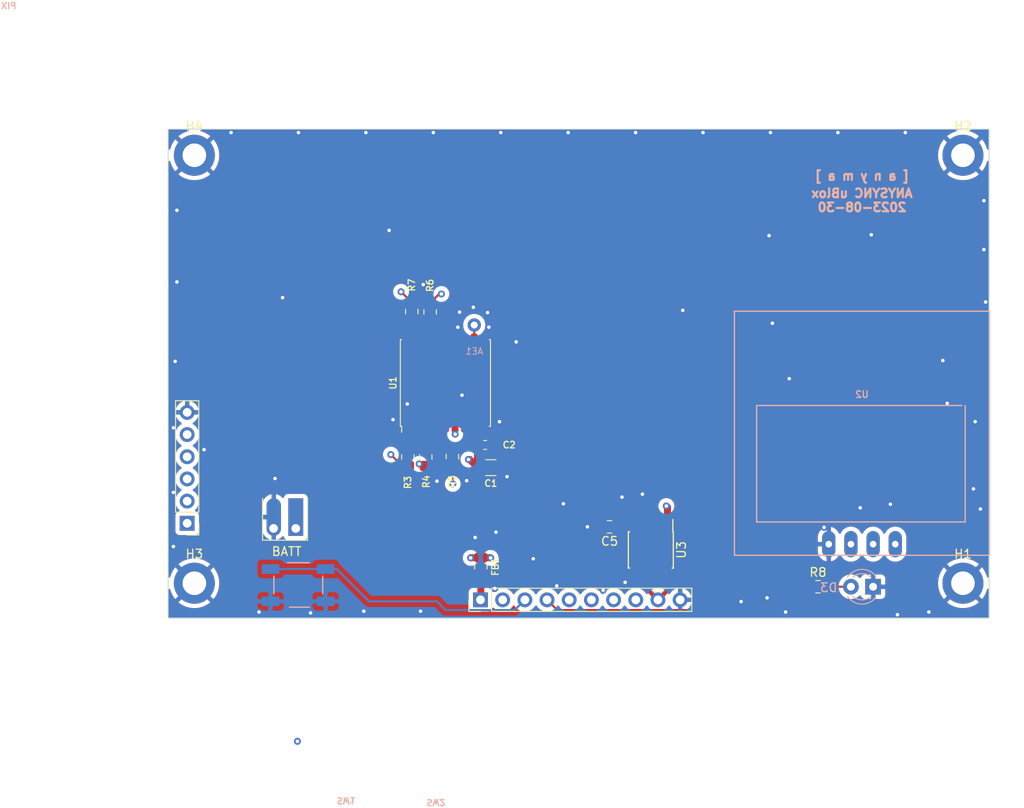
<source format=kicad_pcb>
(kicad_pcb (version 20221018) (generator pcbnew)
  (layers (0 "F.Cu" signal) (1 "In1.Cu" signal) (2 "In2.Cu" signal) (31 "B.Cu" signal) (34 "B.Paste" user) (35 "F.Paste" user) (36 "B.SilkS" user "B.Silkscreen") (37 "F.SilkS" user "F.Silkscreen") (38 "B.Mask" user) (39 "F.Mask" user) (44 "Edge.Cuts" user))
  (net 0 "")
  (net 1 "VMEM")
  (net 2 "GND")
  (net 3 "Net-(U3-Bypass)")
  (net 4 "Net-(D3-A)")
  (net 6 "Net-(AE1-A)")
  (net 7 "Net-(U1-TXD)")
  (net 8 "Net-(U1-RXD)")
  (net 9 "+3V3")
  (net 10 "/sda")
  (net 11 "/scl")
  (net 12 "Net-(U1-TIMEPULSE)")
  (net 13 "/btn")
  (net 14 "+BATT")
  (net 15 "/rx1")
  (net 16 "/tx1")
  (net 17 "/1pps")
  (net 18 "Net-(U1-SDA)")
  (net 19 "Net-(U1-SCL)")
  (net 30 "Net-(J10-Pin_1)")
  (footprint "synkie_footprints:C_1206_3216Metric_Pad1.42x1.75mm_HandSolder" (layer "F.Cu") (at 153.9444 135.7672)
    (fp_text reference "C1" (at 0 1.8) (layer "F.SilkS") (effects (font (size 0.75 0.75))))
    (fp_text value "4u7")
    (fp_line (start -0.602064 -0.91) (end 0.602064 -0.91) (stroke (width 0.12)) (layer "F.SilkS"))
    (fp_line (start -0.602064 0.91) (end 0.602064 0.91) (stroke (width 0.12)) (layer "F.SilkS"))
    (pad "1" smd roundrect (at -1.4875 0) (size 1.425 1.75) (layers "F.Cu" "F.Paste" "F.Mask") (roundrect_rratio 0.1754392982) (net 9 "+3V3"))
    (pad "2" smd roundrect (at 1.4875 0) (size 1.425 1.75) (layers "F.Cu" "F.Paste" "F.Mask") (roundrect_rratio 0.1754392982) (net 2 "GND"))
  )
  (footprint "synkie_footprints:C_0805_2012Metric_Pad1.15x1.40mm_HandSolder" (layer "F.Cu") (at 144.8944 117.8922 -90)
    (fp_text reference "R7" (at -3.0334 0.0128 90) (layer "F.SilkS") (effects (font (size 0.75 0.75))))
    (fp_text value "220")
    (fp_line (start -0.261252 -0.71) (end 0.261252 -0.71) (stroke (width 0.12)) (layer "F.SilkS"))
    (fp_line (start -0.261252 0.71) (end 0.261252 0.71) (stroke (width 0.12)) (layer "F.SilkS"))
    (pad "1" smd roundrect (at -1.025 0 270) (size 1.15 1.4) (layers "F.Cu" "F.Paste" "F.Mask") (roundrect_rratio 0.2173913043) (net 11 "/scl"))
    (pad "2" smd roundrect (at 1.025 0 270) (size 1.15 1.4) (layers "F.Cu" "F.Paste" "F.Mask") (roundrect_rratio 0.2173913043) (net 19 "Net-(U1-SCL)"))
  )
  (footprint "synkie_footprints:C_0805_2012Metric_Pad1.15x1.40mm_HandSolder" (layer "F.Cu") (at 146.9944 117.9422 -90)
    (fp_text reference "R6" (at -3.0334 0.0128 90) (layer "F.SilkS") (effects (font (size 0.75 0.75))))
    (fp_text value "220")
    (fp_line (start -0.261252 -0.71) (end 0.261252 -0.71) (stroke (width 0.12)) (layer "F.SilkS"))
    (fp_line (start -0.261252 0.71) (end 0.261252 0.71) (stroke (width 0.12)) (layer "F.SilkS"))
    (pad "1" smd roundrect (at -1.025 0 270) (size 1.15 1.4) (layers "F.Cu" "F.Paste" "F.Mask") (roundrect_rratio 0.2173913043) (net 10 "/sda"))
    (pad "2" smd roundrect (at 1.025 0 270) (size 1.15 1.4) (layers "F.Cu" "F.Paste" "F.Mask") (roundrect_rratio 0.2173913043) (net 18 "Net-(U1-SDA)"))
  )
  (footprint "MountingHole:MountingHole_2.7mm_M2.5_DIN965_Pad" (layer "F.Cu") (at 208 100)
    (fp_text reference "H2" (at 0 -3.35) (layer "F.SilkS"))
    (fp_text value "MountingHole_Pad")
    (pad "1" thru_hole circle (at 0 0) (size 4.7 4.7) (drill 2.7) (layers "*.Cu" "*.Mask") (net 2 "GND"))
  )
  (footprint "synkie_footprints:C_0805_2012Metric_Pad1.15x1.40mm_HandSolder" (layer "F.Cu") (at 146.4944 134.5422 90)
    (fp_text reference "R4" (at -2.825 0.05 90) (layer "F.SilkS") (effects (font (size 0.75 0.75))))
    (fp_text value "220")
    (fp_line (start -0.261252 -0.71) (end 0.261252 -0.71) (stroke (width 0.12)) (layer "F.SilkS"))
    (fp_line (start -0.261252 0.71) (end 0.261252 0.71) (stroke (width 0.12)) (layer "F.SilkS"))
    (pad "1" smd roundrect (at -1.025 0 90) (size 1.15 1.4) (layers "F.Cu" "F.Paste" "F.Mask") (roundrect_rratio 0.2173913043) (net 15 "/rx1"))
    (pad "2" smd roundrect (at 1.025 0 90) (size 1.15 1.4) (layers "F.Cu" "F.Paste" "F.Mask") (roundrect_rratio 0.2173913043) (net 8 "Net-(U1-RXD)"))
  )
  (footprint "Anyma06:ComboPinhead_02" (layer "F.Cu") (at 131.6078 142.7269 -90)
    (fp_text reference "BT1" hide)
    (fp_text value "Battery_Cell")
    (fp_line (start -3.45 -1.35) (end 1.35 -1.35) (stroke (width 0.12)) (layer "F.SilkS"))
    (fp_line (start -3.44 3.8) (end 1.34 3.8) (stroke (width 0.12)) (layer "F.SilkS"))
    (fp_line (start 1.35 -1.35) (end 1.34 3.8) (stroke (width 0.12)) (layer "F.SilkS"))
    (pad "1" thru_hole rect (at 0 0 270) (size 4.3 1.7) (drill 1 (offset -1.3 0)) (layers "*.Cu" "*.Mask") (net 1 "VMEM"))
    (pad "2" thru_hole oval (at 0 2.54 270) (size 4.3 1.66) (drill 1 (offset -1.3 -0.02)) (layers "*.Cu" "*.Mask") (net 2 "GND"))
  )
  (footprint "synkie_footprints:C_0805_2012Metric_Pad1.15x1.40mm_HandSolder" (layer "F.Cu") (at 191.4054 149.4028)
    (fp_text reference "R8" (at 0 -1.65) (layer "F.SilkS"))
    (fp_text value "220")
    (fp_line (start -0.261252 -0.71) (end 0.261252 -0.71) (stroke (width 0.12)) (layer "F.SilkS"))
    (fp_line (start -0.261252 0.71) (end 0.261252 0.71) (stroke (width 0.12)) (layer "F.SilkS"))
    (pad "1" smd roundrect (at -1.025 0) (size 1.15 1.4) (layers "F.Cu" "F.Paste" "F.Mask") (roundrect_rratio 0.2173913043) (net 17 "/1pps"))
    (pad "2" smd roundrect (at 1.025 0) (size 1.15 1.4) (layers "F.Cu" "F.Paste" "F.Mask") (roundrect_rratio 0.2173913043) (net 4 "Net-(D3-A)"))
  )
  (footprint "synkie_footprints:SOIC-8_3.9x4.9mm_P1.27mm" (layer "F.Cu") (at 172.2628 145.1864 -90)
    (fp_text reference "U3" (at 0 -3.5 90) (layer "F.SilkS"))
    (fp_text value "TC1263")
    (fp_line (start -2.075 -2.575) (end -2.075 -2.525) (stroke (width 0.15)) (layer "F.SilkS"))
    (fp_line (start -2.075 -2.575) (end 2.075 -2.575) (stroke (width 0.15)) (layer "F.SilkS"))
    (fp_line (start -2.075 -2.525) (end -3.475 -2.525) (stroke (width 0.15)) (layer "F.SilkS"))
    (fp_line (start -2.075 2.575) (end -2.075 2.43) (stroke (width 0.15)) (layer "F.SilkS"))
    (fp_line (start -2.075 2.575) (end 2.075 2.575) (stroke (width 0.15)) (layer "F.SilkS"))
    (fp_line (start 2.075 -2.575) (end 2.075 -2.43) (stroke (width 0.15)) (layer "F.SilkS"))
    (fp_line (start 2.075 2.575) (end 2.075 2.43) (stroke (width 0.15)) (layer "F.SilkS"))
    (pad "1" smd rect (at -2.7 -1.905 270) (size 1.55 0.6) (layers "F.Cu" "F.Paste" "F.Mask") (net 1 "VMEM"))
    (pad "2" smd rect (at -2.7 -0.635 270) (size 1.55 0.6) (layers "F.Cu" "F.Paste" "F.Mask") (net 2 "GND"))
    (pad "3" smd rect (at -2.7 0.635 270) (size 1.55 0.6) (layers "F.Cu" "F.Paste" "F.Mask"))
    (pad "4" smd rect (at -2.7 1.905 270) (size 1.55 0.6) (layers "F.Cu" "F.Paste" "F.Mask") (net 3 "Net-(U3-Bypass)"))
    (pad "5" smd rect (at 2.7 1.905 270) (size 1.55 0.6) (layers "F.Cu" "F.Paste" "F.Mask"))
    (pad "6" smd rect (at 2.7 0.635 270) (size 1.55 0.6) (layers "F.Cu" "F.Paste" "F.Mask") (net 14 "+BATT"))
    (pad "7" smd rect (at 2.7 -0.635 270) (size 1.55 0.6) (layers "F.Cu" "F.Paste" "F.Mask"))
    (pad "8" smd rect (at 2.7 -1.905 270) (size 1.55 0.6) (layers "F.Cu" "F.Paste" "F.Mask") (net 14 "+BATT"))
  )
  (footprint "MountingHole:MountingHole_2.7mm_M2.5_DIN965_Pad" (layer "F.Cu") (at 120 100)
    (fp_text reference "H4" (at 0 -3.35) (layer "F.SilkS"))
    (fp_text value "MountingHole_Pad")
    (pad "1" thru_hole circle (at 0 0) (size 4.7 4.7) (drill 2.7) (layers "*.Cu" "*.Mask") (net 2 "GND"))
  )
  (footprint "Connector_PinHeader_2.54mm:PinHeader_1x10_P2.54mm_Vertical" (layer "F.Cu") (at 152.76 150.9 90)
    (fp_text reference "J10" hide)
    (fp_text value "gps")
    (fp_line (start -1.33 -1.33) (end 0 -1.33) (stroke (width 0.12)) (layer "F.SilkS"))
    (fp_line (start -1.33 0) (end -1.33 -1.33) (stroke (width 0.12)) (layer "F.SilkS"))
    (fp_line (start -1.33 1.27) (end -1.33 24.19) (stroke (width 0.12)) (layer "F.SilkS"))
    (fp_line (start -1.33 1.27) (end 1.33 1.27) (stroke (width 0.12)) (layer "F.SilkS"))
    (fp_line (start -1.33 24.19) (end 1.33 24.19) (stroke (width 0.12)) (layer "F.SilkS"))
    (fp_line (start 1.33 1.27) (end 1.33 24.19) (stroke (width 0.12)) (layer "F.SilkS"))
    (pad "1" thru_hole rect (at 0 0 90) (size 1.7 1.7) (drill 1) (layers "*.Cu" "*.Mask") (net 30 "Net-(J10-Pin_1)"))
    (pad "2" thru_hole oval (at 0 2.54 90) (size 1.7 1.7) (drill 1) (layers "*.Cu" "*.Mask"))
    (pad "3" thru_hole oval (at 0 5.08 90) (size 1.7 1.7) (drill 1) (layers "*.Cu" "*.Mask") (net 13 "/btn"))
    (pad "4" thru_hole oval (at 0 7.62 90) (size 1.7 1.7) (drill 1) (layers "*.Cu" "*.Mask") (net 17 "/1pps"))
    (pad "5" thru_hole oval (at 0 10.16 90) (size 1.7 1.7) (drill 1) (layers "*.Cu" "*.Mask") (net 11 "/scl"))
    (pad "6" thru_hole oval (at 0 12.7 90) (size 1.7 1.7) (drill 1) (layers "*.Cu" "*.Mask") (net 10 "/sda"))
    (pad "7" thru_hole oval (at 0 15.24 90) (size 1.7 1.7) (drill 1) (layers "*.Cu" "*.Mask") (net 15 "/rx1"))
    (pad "8" thru_hole oval (at 0 17.78 90) (size 1.7 1.7) (drill 1) (layers "*.Cu" "*.Mask") (net 16 "/tx1"))
    (pad "9" thru_hole oval (at 0 20.32 90) (size 1.7 1.7) (drill 1) (layers "*.Cu" "*.Mask") (net 14 "+BATT"))
    (pad "10" thru_hole oval (at 0 22.86 90) (size 1.7 1.7) (drill 1) (layers "*.Cu" "*.Mask") (net 2 "GND"))
  )
  (footprint "MountingHole:MountingHole_2.7mm_M2.5_DIN965_Pad" (layer "F.Cu") (at 208 149)
    (fp_text reference "H1" (at 0 -3.35) (layer "F.SilkS"))
    (fp_text value "MountingHole_Pad")
    (pad "1" thru_hole circle (at 0 0) (size 4.7 4.7) (drill 2.7) (layers "*.Cu" "*.Mask") (net 2 "GND"))
  )
  (footprint "MountingHole:MountingHole_2.7mm_M2.5_DIN965_Pad" (layer "F.Cu") (at 120 149)
    (fp_text reference "H3" (at 0 -3.35) (layer "F.SilkS"))
    (fp_text value "MountingHole_Pad")
    (pad "1" thru_hole circle (at 0 0) (size 4.7 4.7) (drill 2.7) (layers "*.Cu" "*.Mask") (net 2 "GND"))
  )
  (footprint "synkie_footprints:C_0805_2012Metric_Pad1.15x1.40mm_HandSolder" (layer "F.Cu") (at 167.5384 142.5448 180)
    (fp_text reference "C5" (at 0 -1.65) (layer "F.SilkS"))
    (fp_text value "470p")
    (fp_line (start -0.261252 -0.71) (end 0.261252 -0.71) (stroke (width 0.12)) (layer "F.SilkS"))
    (fp_line (start -0.261252 0.71) (end 0.261252 0.71) (stroke (width 0.12)) (layer "F.SilkS"))
    (pad "1" smd roundrect (at -1.025 0 180) (size 1.15 1.4) (layers "F.Cu" "F.Paste" "F.Mask") (roundrect_rratio 0.2173913043) (net 3 "Net-(U3-Bypass)"))
    (pad "2" smd roundrect (at 1.025 0 180) (size 1.15 1.4) (layers "F.Cu" "F.Paste" "F.Mask") (roundrect_rratio 0.2173913043) (net 2 "GND"))
  )
  (footprint "synkie_footprints:L_0805_2012Metric_Pad1.15x1.40mm_HandSolder" (layer "F.Cu") (at 152.8 147.1 -90)
    (fp_text reference "FB1" (at 0 -1.65 90) (layer "F.SilkS") (effects (font (size 0.75 0.75))))
    (fp_text value "FerriteBead")
    (fp_line (start -0.261252 -0.71) (end 0.261252 -0.71) (stroke (width 0.12)) (layer "F.SilkS"))
    (fp_line (start -0.261252 0.71) (end 0.261252 0.71) (stroke (width 0.12)) (layer "F.SilkS"))
    (pad "1" smd roundrect (at -1.025 0 270) (size 1.15 1.4) (layers "F.Cu" "F.Paste" "F.Mask") (roundrect_rratio 0.2173913043) (net 9 "+3V3"))
    (pad "2" smd roundrect (at 1.025 0 270) (size 1.15 1.4) (layers "F.Cu" "F.Paste" "F.Mask") (roundrect_rratio 0.2173913043) (net 30 "Net-(J10-Pin_1)"))
  )
  (footprint "synkie_footprints:C_0805_2012Metric_Pad1.15x1.40mm_HandSolder" (layer "F.Cu") (at 149.5444 134.4922 90)
    (fp_text reference "R5" (at -2.875 0 90) (layer "F.SilkS") (effects (font (size 0.75 0.75))))
    (fp_text value "220")
    (fp_line (start -0.261252 -0.71) (end 0.261252 -0.71) (stroke (width 0.12)) (layer "F.SilkS"))
    (fp_line (start -0.261252 0.71) (end 0.261252 0.71) (stroke (width 0.12)) (layer "F.SilkS"))
    (pad "1" smd roundrect (at -1.025 0 90) (size 1.15 1.4) (layers "F.Cu" "F.Paste" "F.Mask") (roundrect_rratio 0.2173913043) (net 17 "/1pps"))
    (pad "2" smd roundrect (at 1.025 0 90) (size 1.15 1.4) (layers "F.Cu" "F.Paste" "F.Mask") (roundrect_rratio 0.2173913043) (net 12 "Net-(U1-TIMEPULSE)"))
  )
  (footprint "Connector_PinHeader_2.54mm:PinHeader_1x06_P2.54mm_Vertical" (layer "F.Cu") (at 119.1768 142.1384 180)
    (fp_text reference "J2" hide)
    (fp_text value "Conn_01x06")
    (fp_line (start -1.33 -1.33) (end 0 -1.33) (stroke (width 0.12)) (layer "F.SilkS"))
    (fp_line (start -1.33 0) (end -1.33 -1.33) (stroke (width 0.12)) (layer "F.SilkS"))
    (fp_line (start -1.33 1.27) (end -1.33 14.03) (stroke (width 0.12)) (layer "F.SilkS"))
    (fp_line (start -1.33 1.27) (end 1.33 1.27) (stroke (width 0.12)) (layer "F.SilkS"))
    (fp_line (start -1.33 14.03) (end 1.33 14.03) (stroke (width 0.12)) (layer "F.SilkS"))
    (fp_line (start 1.33 1.27) (end 1.33 14.03) (stroke (width 0.12)) (layer "F.SilkS"))
    (pad "1" thru_hole rect (at 0 0 180) (size 1.7 1.7) (drill 1) (layers "*.Cu" "*.Mask") (net 9 "+3V3"))
    (pad "2" thru_hole oval (at 0 2.54 180) (size 1.7 1.7) (drill 1) (layers "*.Cu" "*.Mask"))
    (pad "3" thru_hole oval (at 0 5.08 180) (size 1.7 1.7) (drill 1) (layers "*.Cu" "*.Mask"))
    (pad "4" thru_hole oval (at 0 7.62 180) (size 1.7 1.7) (drill 1) (layers "*.Cu" "*.Mask") (net 15 "/rx1"))
    (pad "5" thru_hole oval (at 0 10.16 180) (size 1.7 1.7) (drill 1) (layers "*.Cu" "*.Mask") (net 16 "/tx1"))
    (pad "6" thru_hole oval (at 0 12.7 180) (size 1.7 1.7) (drill 1) (layers "*.Cu" "*.Mask") (net 2 "GND"))
  )
  (footprint "synkie_footprints:C_0805_2012Metric_Pad1.15x1.40mm_HandSolder" (layer "F.Cu") (at 144.4444 134.5422 90)
    (fp_text reference "R3" (at -2.925 0 90) (layer "F.SilkS") (effects (font (size 0.75 0.75))))
    (fp_text value "220")
    (fp_line (start -0.261252 -0.71) (end 0.261252 -0.71) (stroke (width 0.12)) (layer "F.SilkS"))
    (fp_line (start -0.261252 0.71) (end 0.261252 0.71) (stroke (width 0.12)) (layer "F.SilkS"))
    (pad "1" smd roundrect (at -1.025 0 90) (size 1.15 1.4) (layers "F.Cu" "F.Paste" "F.Mask") (roundrect_rratio 0.2173913043) (net 16 "/tx1"))
    (pad "2" smd roundrect (at 1.025 0 90) (size 1.15 1.4) (layers "F.Cu" "F.Paste" "F.Mask") (roundrect_rratio 0.2173913043) (net 7 "Net-(U1-TXD)"))
  )
  (footprint "RF_GPS:ublox_MAX" (layer "F.Cu") (at 148.7444 126.0672 90)
    (fp_text reference "U1" (at 0 -6 90) (layer "F.SilkS") (effects (font (size 0.75 0.75))))
    (fp_text value "MAX-M10S")
    (fp_line (start -5.65 -5.01) (end -4.96 -5.01) (stroke (width 0.12)) (layer "F.SilkS"))
    (fp_line (start -4.96 -5.16) (end -4.96 -5.01) (stroke (width 0.12)) (layer "F.SilkS"))
    (fp_line (start -4.96 -5.16) (end 4.96 -5.16) (stroke (width 0.12)) (layer "F.SilkS"))
    (fp_line (start -4.96 5.01) (end -4.96 5.16) (stroke (width 0.12)) (layer "F.SilkS"))
    (fp_line (start -4.96 5.16) (end 4.96 5.16) (stroke (width 0.12)) (layer "F.SilkS"))
    (fp_line (start 4.96 -5.16) (end 4.96 -5.01) (stroke (width 0.12)) (layer "F.SilkS"))
    (fp_line (start 4.96 5.01) (end 4.96 5.16) (stroke (width 0.12)) (layer "F.SilkS"))
    (pad "1" smd roundrect (at -4.75 -4.4 90) (size 1.8 0.7) (layers "F.Cu" "F.Paste" "F.Mask") (net 2 "GND"))
    (pad "2" smd roundrect (at -4.75 -3.3 90) (size 1.8 0.8) (layers "F.Cu" "F.Paste" "F.Mask") (net 7 "Net-(U1-TXD)"))
    (pad "3" smd roundrect (at -4.75 -2.2 90) (size 1.8 0.8) (layers "F.Cu" "F.Paste" "F.Mask") (net 8 "Net-(U1-RXD)"))
    (pad "4" smd roundrect (at -4.75 -1.1 90) (size 1.8 0.8) (layers "F.Cu" "F.Paste" "F.Mask") (net 12 "Net-(U1-TIMEPULSE)"))
    (pad "5" smd roundrect (at -4.75 0 90) (size 1.8 0.8) (layers "F.Cu" "F.Paste" "F.Mask"))
    (pad "6" smd roundrect (at -4.75 1.1 90) (size 1.8 0.8) (layers "F.Cu" "F.Paste" "F.Mask") (net 1 "VMEM"))
    (pad "7" smd roundrect (at -4.75 2.2 90) (size 1.8 0.8) (layers "F.Cu" "F.Paste" "F.Mask") (net 9 "+3V3"))
    (pad "8" smd roundrect (at -4.75 3.3 90) (size 1.8 0.8) (layers "F.Cu" "F.Paste" "F.Mask") (net 9 "+3V3"))
    (pad "9" smd roundrect (at -4.75 4.4 90) (size 1.8 0.7) (layers "F.Cu" "F.Paste" "F.Mask"))
    (pad "10" smd roundrect (at 4.75 4.4 90) (size 1.8 0.7) (layers "F.Cu" "F.Paste" "F.Mask") (net 2 "GND"))
    (pad "11" smd roundrect (at 4.75 3.3 90) (size 1.8 0.8) (layers "F.Cu" "F.Paste" "F.Mask") (net 6 "Net-(AE1-A)"))
    (pad "12" smd roundrect (at 4.75 2.2 90) (size 1.8 0.8) (layers "F.Cu" "F.Paste" "F.Mask") (net 2 "GND"))
    (pad "13" smd roundrect (at 4.75 1.1 90) (size 1.8 0.8) (layers "F.Cu" "F.Paste" "F.Mask"))
    (pad "14" smd roundrect (at 4.75 0 90) (size 1.8 0.8) (layers "F.Cu" "F.Paste" "F.Mask"))
    (pad "15" smd roundrect (at 4.75 -1.1 90) (size 1.8 0.8) (layers "F.Cu" "F.Paste" "F.Mask"))
    (pad "16" smd roundrect (at 4.75 -2.2 90) (size 1.8 0.8) (layers "F.Cu" "F.Paste" "F.Mask") (net 18 "Net-(U1-SDA)"))
    (pad "17" smd roundrect (at 4.75 -3.3 90) (size 1.8 0.8) (layers "F.Cu" "F.Paste" "F.Mask") (net 19 "Net-(U1-SCL)"))
    (pad "18" smd roundrect (at 4.75 -4.4 90) (size 1.8 0.7) (layers "F.Cu" "F.Paste" "F.Mask"))
  )
  (footprint "synkie_footprints:C_0603_1608Metric_Pad1.05x0.95mm_HandSolder" (layer "F.Cu") (at 153.2944 133.1672)
    (fp_text reference "C2" (at 2.75 0) (layer "F.SilkS") (effects (font (size 0.75 0.75))))
    (fp_text value "100n")
    (fp_line (start -0.171267 -0.51) (end 0.171267 -0.51) (stroke (width 0.12)) (layer "F.SilkS"))
    (fp_line (start -0.171267 0.51) (end 0.171267 0.51) (stroke (width 0.12)) (layer "F.SilkS"))
    (pad "1" smd roundrect (at -0.875 0) (size 1.05 0.95) (layers "F.Cu" "F.Paste" "F.Mask") (net 9 "+3V3"))
    (pad "2" smd roundrect (at 0.875 0) (size 1.05 0.95) (layers "F.Cu" "F.Paste" "F.Mask") (net 2 "GND"))
  )
  (footprint "Anyma06:25x25-patch-antenna" (layer "B.Cu") (at 152.0444 122.936 180)
    (fp_text reference "AE1" (at 0 0.5 unlocked) (layer "B.SilkS") (effects (font (size 0.75 0.75) (thickness 0.1)) (justify mirror)))
    (fp_text value "Antenna")
    (pad "1" thru_hole circle (at 0 3.5 180) (size 1.524 1.524) (drill 0.8) (layers "*.Cu" "*.Mask") (net 6 "Net-(AE1-A)"))
  )
  (footprint "LED_THT:LED_D3.0mm_Clear" (layer "B.Cu") (at 197.7136 149.4028 180)
    (fp_text reference "D3" (at 5.08 -0.1016) (layer "B.SilkS") (effects (justify mirror)))
    (fp_text value "LED")
    (fp_line (start -0.29 -1.08) (end -0.29 -1.236) (stroke (width 0.12)) (layer "B.SilkS"))
    (fp_line (start -0.29 1.236) (end -0.29 1.08) (stroke (width 0.12)) (layer "B.SilkS"))
    (fp_arc (start -0.29 -1.235516) (mid 1.366487 -1.987659) (end 2.942335 -1.078608) (stroke (width 0.12)) (layer "B.SilkS"))
    (fp_arc (start 0.229039 -1.08) (mid 1.270117 -1.5) (end 2.31113 -1.079837) (stroke (width 0.12)) (layer "B.SilkS"))
    (fp_arc (start 2.31113 1.079837) (mid 1.270117 1.5) (end 0.229039 1.08) (stroke (width 0.12)) (layer "B.SilkS"))
    (fp_arc (start 2.942335 1.078608) (mid 1.366487 1.987659) (end -0.29 1.235516) (stroke (width 0.12)) (layer "B.SilkS"))
    (pad "1" thru_hole rect (at 0 0 180) (size 1.8 1.8) (drill 0.9) (layers "*.Cu" "*.Mask") (net 2 "GND"))
    (pad "2" thru_hole circle (at 2.54 0 180) (size 1.8 1.8) (drill 0.9) (layers "*.Cu" "*.Mask") (net 4 "Net-(D3-A)"))
  )
  (footprint "synkie_footprints:Alps_Tactile_Switch" (layer "B.Cu") (at 131.9114 149.1792 180)
    (fp_text reference "SW2" hide)
    (fp_text value "reset")
    (fp_line (start -2.784 0.998) (end -2.784 -1.034) (stroke (width 0.15)) (layer "B.SilkS"))
    (fp_line (start -1.26 -2.558) (end 1.026 -2.558) (stroke (width 0.15)) (layer "B.SilkS"))
    (fp_line (start -1.26 2.522) (end 1.28 2.522) (stroke (width 0.15)) (layer "B.SilkS"))
    (fp_line (start 2.804 0.998) (end 2.804 -1.034) (stroke (width 0.15)) (layer "B.SilkS"))
    (pad "1" smd rect (at -3.115 1.81 180) (size 2 1.1) (layers "B.Cu" "B.Paste" "B.Mask") (net 13 "/btn"))
    (pad "1" smd rect (at 3.185 1.81 180) (size 2 1.1) (layers "B.Cu" "B.Paste" "B.Mask") (net 13 "/btn"))
    (pad "2" smd rect (at -3.115 -1.9 180) (size 2 1.1) (layers "B.Cu" "B.Paste" "B.Mask") (net 2 "GND"))
    (pad "2" smd rect (at 3.185 -1.9 180) (size 2 1.1) (layers "B.Cu" "B.Paste" "B.Mask") (net 2 "GND"))
  )
  (footprint "synkie_footprints:Bangood_I2C_Display" (layer "B.Cu") (at 197.0786 134.366)
    (fp_text reference "U2" (at -0.635 -6.985) (layer "B.SilkS") (effects (font (size 0.75 0.75)) (justify mirror)))
    (fp_text value "i2c-display128x32")
    (fp_line (start -15.24 -16.51) (end -15.24 11.43) (stroke (width 0.15)) (layer "B.SilkS"))
    (fp_line (start -15.24 11.43) (end 13.97 11.43) (stroke (width 0.15)) (layer "B.SilkS"))
    (fp_line (start -12.7 -5.715) (end -12.7 7.62) (stroke (width 0.15)) (layer "B.SilkS"))
    (fp_line (start -12.7 7.62) (end 11.176 7.62) (stroke (width 0.15)) (layer "B.SilkS"))
    (fp_line (start 10.795 -5.715) (end -12.7 -5.715) (stroke (width 0.15)) (layer "B.SilkS"))
    (fp_line (start 11.176 7.62) (end 11.176 -5.715) (stroke (width 0.15)) (layer "B.SilkS"))
    (fp_line (start 13.97 -16.51) (end -15.24 -16.51) (stroke (width 0.15)) (layer "B.SilkS"))
    (fp_line (start 13.97 11.43) (end 13.97 -16.51) (stroke (width 0.15)) (layer "B.SilkS"))
    (pad "1" thru_hole oval (at -4.445 10.16) (size 1.524 3) (drill 0.762) (layers "*.Cu" "*.Mask") (net 2 "GND"))
    (pad "2" thru_hole oval (at -1.905 10.16) (size 1.524 3) (drill 0.762) (layers "*.Cu" "*.Mask") (net 9 "+3V3"))
    (pad "3" thru_hole oval (at 0.635 10.16) (size 1.524 3) (drill 0.762) (layers "*.Cu" "*.Mask") (net 11 "/scl"))
    (pad "4" thru_hole oval (at 3.175 10.16) (size 1.524 3) (drill 0.762) (layers "*.Cu" "*.Mask") (net 10 "/sda"))
  )
  (gr_rect (start 117 97) (end 211 153) (stroke (width 0.1)) (fill none) (layer "Edge.Cuts"))
  (gr_text "PIX" (at 98.75 82.894) (layer "B.SilkS") (effects (font (size 0.7 0.7)) (justify mirror)))
  (gr_text "SW2" (at 147.645 174.0875 180) (layer "B.SilkS") (effects (font (size 0.7 0.7)) (justify mirror)))
  (gr_text "ANYSYNC uBlox\n2023-08-30" (at 196.4436 105.156) (layer "B.SilkS") (effects (font (size 1 1) (thickness 0.25)) (justify mirror)))
  (gr_text "[ a n y m a ]" (at 196.4436 102.362) (layer "B.SilkS") (effects (font (size 1 1) (thickness 0.25)) (justify mirror)))
  (gr_text "SW1" (at 137.395 173.8875 180) (layer "B.SilkS") (effects (font (size 0.7 0.7)) (justify mirror)))
  (gr_text "BATT" (at 128.778 145.9484) (layer "F.SilkS") (effects (font (size 1 1)) (justify left bottom)))
  (via (at 131.8 167.1) (size 0.8) (drill 0.4) (layers "F.Cu" "B.Cu") (net 0))
  (segment (start 174.1678 142.4864) (end 174.1678 140.2842) (width 0.8) (layer "F.Cu") (net 1))
  (segment (start 149.8444 130.8172) (end 149.8444 131.9172) (width 0.25) (layer "F.Cu") (net 1))
  (segment (start 174.1678 140.2842) (end 174.0408 140.1572) (width 0.8) (layer "F.Cu") (net 1))
  (segment (start 149.8444 131.9172) (end 149.86 131.9328) (width 0.25) (layer "F.Cu") (net 1))
  (via (at 149.86 131.9328) (size 0.8) (drill 0.4) (layers "F.Cu" "B.Cu") (net 1))
  (via (at 174.0408 140.1572) (size 0.8) (drill 0.4) (layers "F.Cu" "B.Cu") (net 1))
  (segment (start 150.9444 121.3172) (end 150.9444 120.4644) (width 0.25) (layer "F.Cu") (net 2))
  (segment (start 153.1444 121.3172) (end 153.1444 120.2612) (width 0.25) (layer "F.Cu") (net 2))
  (segment (start 144.3444 130.8172) (end 143.2944 130.8172) (width 0.25) (layer "F.Cu") (net 2))
  (segment (start 143.2944 130.8172) (end 142.7444 130.2672) (width 0.25) (layer "F.Cu") (net 2))
  (segment (start 153.1444 120.2612) (end 153.7208 119.6848) (width 0.25) (layer "F.Cu") (net 2))
  (segment (start 150.9444 120.4644) (end 150.1648 119.6848) (width 0.25) (layer "F.Cu") (net 2))
  (via (at 142.3 108.6) (size 0.8) (drill 0.4) (layers "F.Cu" "B.Cu") (net 2))
  (via (at 121.1072 133.7056) (size 0.8) (drill 0.4) (layers "F.Cu" "B.Cu") (net 2))
  (via (at 164.9984 142.5448) (size 0.8) (drill 0.4) (layers "F.Cu" "B.Cu") (net 2))
  (via (at 139.64 97.4) (size 0.8) (drill 0.4) (layers "F.Cu" "B.Cu") (net 2))
  (via (at 142.7444 130.2672) (size 0.8) (drill 0.4) (layers "F.Cu" "B.Cu") (net 2))
  (via (at 117.6 144.8) (size 0.8) (drill 0.4) (layers "F.Cu" "B.Cu") (net 2))
  (via (at 144.3736 128.4732) (size 0.8) (drill 0.4) (layers "F.Cu" "B.Cu") (net 2))
  (via (at 133.3 152.4) (size 0.8) (drill 0.4) (layers "F.Cu" "B.Cu") (net 2))
  (via (at 151.1808 137.2616) (size 0.8) (drill 0.4) (layers "F.Cu" "B.Cu") (net 2))
  (via (at 158.8 146.2) (size 0.8) (drill 0.4) (layers "F.Cu" "B.Cu") (net 2))
  (via (at 147.36 97.4) (size 0.8) (drill 0.4) (layers "F.Cu" "B.Cu") (net 2))
  (via (at 150.6444 127.4672) (size 0.8) (drill 0.4) (layers "F.Cu" "B.Cu") (net 2))
  (via (at 171.3 138.8) (size 0.8) (drill 0.4) (layers "F.Cu" "B.Cu") (net 2))
  (via (at 118 114.5) (size 0.8) (drill 0.4) (layers "F.Cu" "B.Cu") (net 2))
  (via (at 147.7772 137.3124) (size 0.8) (drill 0.4) (layers "F.Cu" "B.Cu") (net 2))
  (via (at 156.8444 121.3672) (size 0.8) (drill 0.4) (layers "F.Cu" "B.Cu") (net 2))
  (via (at 192.1 142.6) (size 0.8) (drill 0.4) (layers "F.Cu" "B.Cu") (net 2))
  (via (at 210.6 116.8) (size 0.8) (drill 0.4) (layers "F.Cu" "B.Cu") (net 2))
  (via (at 197.5 109.1) (size 0.8) (drill 0.4) (layers "F.Cu" "B.Cu") (net 2))
  (via (at 206.2 128.4) (size 0.8) (drill 0.4) (layers "F.Cu" "B.Cu") (net 2))
  (via (at 182.6 151.1) (size 0.8) (drill 0.4) (layers "F.Cu" "B.Cu") (net 2))
  (via (at 155.8 136.8) (size 0.8) (drill 0.4) (layers "F.Cu" "B.Cu") (net 2))
  (via (at 150.1648 119.6848) (size 0.8) (drill 0.4) (layers "F.Cu" "B.Cu") (net 2))
  (via (at 146.2024 114.808) (size 0.8) (drill 0.4) (layers "F.Cu" "B.Cu") (net 2))
  (via (at 210 140.5) (size 0.8) (drill 0.4) (layers "F.Cu" "B.Cu") (net 2))
  (via (at 178.24 97.4) (size 0.8) (drill 0.4) (layers "F.Cu" "B.Cu") (net 2))
  (via (at 117.6 138.6) (size 0.8) (drill 0.4) (layers "F.Cu" "B.Cu") (net 2))
  (via (at 166.8 149.8) (size 0.8) (drill 0.4) (layers "F.Cu" "B.Cu") (net 2))
  (via (at 185.96 97.4) (size 0.8) (drill 0.4) (layers "F.Cu" "B.Cu") (net 2))
  (via (at 154.4 149.6) (size 0.8) (drill 0.4) (layers "F.Cu" "B.Cu") (net 2))
  (via (at 153.5684 118.0084) (size 0.8) (drill 0.4) (layers "F.Cu" "B.Cu") (net 2))
  (via (at 187.7 152.3) (size 0.8) (drill 0.4) (layers "F.Cu" "B.Cu") (net 2))
  (via (at 129.2352 137.0076) (size 0.8) (drill 0.4) (layers "F.Cu" "B.Cu") (net 2))
  (via (at 199.6948 139.954) (size 0.8) (drill 0.4) (layers "F.Cu" "B.Cu") (net 2))
  (via (at 168.9608 139.1412) (size 0.8) (drill 0.4) (layers "F.Cu" "B.Cu") (net 2))
  (via (at 127.4 152.3) (size 0.8) (drill 0.4) (layers "F.Cu" "B.Cu") (net 2))
  (via (at 185.5724 150.6728) (size 0.8) (drill 0.4) (layers "F.Cu" "B.Cu") (net 2))
  (via (at 154.94 130.5052) (size 0.8) (drill 0.4) (layers "F.Cu" "B.Cu") (net 2))
  (via (at 200.5 152.6) (size 0.8) (drill 0.4) (layers "F.Cu" "B.Cu") (net 2))
  (via (at 118 106.3) (size 0.8) (drill 0.4) (layers "F.Cu" "B.Cu") (net 2))
  (via (at 162.2552 139.9032) (size 0.8) (drill 0.4) (layers "F.Cu" "B.Cu") (net 2))
  (via (at 117.6 131.2) (size 0.8) (drill 0.4) (layers "F.Cu" "B.Cu") (net 2))
  (via (at 155.08 97.4) (size 0.8) (drill 0.4) (layers "F.Cu" "B.Cu") (net 2))
  (via (at 205.7 123.5) (size 0.8) (drill 0.4) (layers "F.Cu" "B.Cu") (net 2))
  (via (at 210.4 105.2) (size 0.8) (drill 0.4) (layers "F.Cu" "B.Cu") (net 2))
  (via (at 151.9428 117.3988) (size 0.8) (drill 0.4) (layers "F.Cu" "B.Cu") (net 2))
  (via (at 204.1 152.3) (size 0.8) (drill 0.4) (layers "F.Cu" "B.Cu") (net 2))
  (via (at 188.1124 125.5776) (size 0.8) (drill 0.4) (layers "F.Cu" "B.Cu") (net 2))
  (via (at 117.8 123.6) (size 0.8) (drill 0.4) (layers "F.Cu" "B.Cu") (net 2))
  (via (at 131.92 97.4) (size 0.8) (drill 0.4) (layers "F.Cu" "B.Cu") (net 2))
  (via (at 152.146 143.764) (size 0.8) (drill 0.4) (layers "F.Cu" "B.Cu") (net 2))
  (via (at 209.4 130.5) (size 0.8) (drill 0.4) (layers "F.Cu" "B.Cu") (net 2))
  (via (at 175.9204 117.7544) (size 0.8) (drill 0.4) (layers "F.Cu" "B.Cu") (net 2))
  (via (at 201.4 97.4) (size 0.8) (drill 0.4) (layers "F.Cu" "B.Cu") (net 2))
  (via (at 170.52 97.4) (size 0.8) (drill 0.4) (layers "F.Cu" "B.Cu") (net 2))
  (via (at 196.2404 140.3604) (size 0.8) (drill 0.4) (layers "F.Cu" "B.Cu") (net 2))
  (via (at 186.182 119.2276) (size 0.8) (drill 0.4) (layers "F.Cu" "B.Cu") (net 2))
  (via (at 162.8 97.4) (size 0.8) (drill 0.4) (layers "F.Cu" "B.Cu") (net 2))
  (via (at 130.1 116.3) (size 0.8) (drill 0.4) (layers "F.Cu" "B.Cu") (net 2))
  (via (at 193.68 97.4) (size 0.8) (drill 0.4) (layers "F.Cu" "B.Cu") (net 2))
  (via (at 139.4 152.2) (size 0.8) (drill 0.4) (layers "F.Cu" "B.Cu") (net 2))
  (via (at 209.2 138.2) (size 0.8) (drill 0.4) (layers "F.Cu" "B.Cu") (net 2))
  (via (at 185.8 109.2) (size 0.8) (drill 0.4) (layers "F.Cu" "B.Cu") (net 2))
  (via (at 154.5336 143.1544) (size 0.8) (drill 0.4) (layers "F.Cu" "B.Cu") (net 2))
  (via (at 210.4 110.8) (size 0.8) (drill 0.4) (layers "F.Cu" "B.Cu") (net 2))
  (via (at 169.3164 148.8948) (size 0.8) (drill 0.4) (layers "F.Cu" "B.Cu") (net 2))
  (via (at 150.368 117.9576) (size 0.8) (drill 0.4) (layers "F.Cu" "B.Cu") (net 2))
  (via (at 124.2 97.4) (size 0.8) (drill 0.4) (layers "F.Cu" "B.Cu") (net 2))
  (via (at 153.7208 119.6848) (size 0.8) (drill 0.4) (layers "F.Cu" "B.Cu") (net 2))
  (via (at 145.9 152.2) (size 0.8) (drill 0.4) (layers "F.Cu" "B.Cu") (net 2))
  (via (at 161.4932 149.3012) (size 0.8) (drill 0.4) (layers "F.Cu" "B.Cu") (net 2))
  (segment (start 170.3578 142.4864) (end 168.6218 142.4864) (width 0.5) (layer "F.Cu") (net 3))
  (segment (start 168.6218 142.4864) (end 168.5634 142.5448) (width 0.5) (layer "F.Cu") (net 3))
  (segment (start 195.1736 149.4028) (end 192.4304 149.4028) (width 0.25) (layer "F.Cu") (net 4))
  (segment (start 152.0444 119.436) (end 152.0444 121.3172) (width 0.25) (layer "F.Cu") (net 6))
  (segment (start 145.4444 130.8172) (end 145.4444 132.5172) (width 0.25) (layer "F.Cu") (net 7))
  (segment (start 145.4444 132.5172) (end 144.4444 133.5172) (width 0.25) (layer "F.Cu") (net 7))
  (segment (start 146.5444 130.8172) (end 146.5444 133.4672) (width 0.25) (layer "F.Cu") (net 8))
  (segment (start 146.5444 133.4672) (end 146.4944 133.5172) (width 0.25) (layer "F.Cu") (net 8))
  (segment (start 151.638 130.8172) (end 152.0444 130.8172) (width 0.8) (layer "F.Cu") (net 9))
  (segment (start 151.6638 146.075) (end 151.638 146.1008) (width 0.8) (layer "F.Cu") (net 9))
  (segment (start 151.638 132.3858) (end 152.4194 133.1672) (width 0.8) (layer "F.Cu") (net 9))
  (segment (start 152.4194 135.7297) (end 152.4569 135.7672) (width 0.8) (layer "F.Cu") (net 9))
  (segment (start 152.4194 133.1672) (end 152.4194 135.7297) (width 0.8) (layer "F.Cu") (net 9))
  (segment (start 152.8 146.075) (end 151.6638 146.075) (width 0.8) (layer "F.Cu") (net 9))
  (segment (start 151.5181 134.8284) (end 152.4569 135.7672) (width 0.8) (layer "F.Cu") (net 9))
  (segment (start 152.8 146.075) (end 153.8982 146.075) (width 0.8) (layer "F.Cu") (net 9))
  (segment (start 153.8982 146.075) (end 153.924 146.1008) (width 0.8) (layer "F.Cu") (net 9))
  (segment (start 151.384 134.8284) (end 151.5181 134.8284) (width 0.8) (layer "F.Cu") (net 9))
  (segment (start 151.638 130.8172) (end 151.638 132.3858) (width 0.8) (layer "F.Cu") (net 9))
  (segment (start 150.9444 130.8172) (end 151.638 130.8172) (width 0.8) (layer "F.Cu") (net 9))
  (via (at 151.638 146.1008) (size 0.8) (drill 0.4) (layers "F.Cu" "B.Cu") (net 9))
  (via (at 153.924 146.1008) (size 0.8) (drill 0.4) (layers "F.Cu" "B.Cu") (net 9))
  (via (at 151.384 134.8284) (size 0.8) (drill 0.4) (layers "F.Cu" "B.Cu") (net 9))
  (segment (start 148.2852 115.88) (end 148.0316 115.88) (width 0.25) (layer "F.Cu") (net 10))
  (segment (start 148.0316 115.88) (end 146.9944 116.9172) (width 0.25) (layer "F.Cu") (net 10))
  (via (at 148.2852 115.88) (size 0.8) (drill 0.4) (layers "F.Cu" "B.Cu") (net 10))
  (segment (start 144.8944 116.8672) (end 144.8944 116.858) (width 0.25) (layer "F.Cu") (net 11))
  (segment (start 144.8944 116.858) (end 143.6624 115.626) (width 0.25) (layer "F.Cu") (net 11))
  (via (at 143.6624 115.626) (size 0.8) (drill 0.4) (layers "F.Cu" "B.Cu") (net 11))
  (segment (start 147.6444 130.8172) (end 147.6444 131.5672) (width 0.25) (layer "F.Cu") (net 12))
  (segment (start 147.6444 131.5672) (end 149.5444 133.4672) (width 0.25) (layer "F.Cu") (net 12))
  (segment (start 139.9864 151.0792) (end 147.766 151.0792) (width 0.25) (layer "B.Cu") (net 13))
  (segment (start 148.7618 152.075) (end 156.665 152.075) (width 0.25) (layer "B.Cu") (net 13))
  (segment (start 135.0264 147.3692) (end 136.2764 147.3692) (width 0.25) (layer "B.Cu") (net 13))
  (segment (start 147.766 151.0792) (end 148.7618 152.075) (width 0.25) (layer "B.Cu") (net 13))
  (segment (start 136.2764 147.3692) (end 139.9864 151.0792) (width 0.25) (layer "B.Cu") (net 13))
  (segment (start 128.7264 147.3692) (end 135.0264 147.3692) (width 0.25) (layer "B.Cu") (net 13))
  (segment (start 156.665 152.075) (end 157.84 150.9) (width 0.25) (layer "B.Cu") (net 13))
  (segment (start 171.6278 149.4478) (end 173.08 150.9) (width 0.5) (layer "F.Cu") (net 14))
  (segment (start 174.1678 147.8864) (end 174.1678 149.8122) (width 0.5) (layer "F.Cu") (net 14))
  (segment (start 171.6278 147.8864) (end 171.6278 149.4478) (width 0.5) (layer "F.Cu") (net 14))
  (segment (start 174.1678 149.8122) (end 173.08 150.9) (width 0.5) (layer "F.Cu") (net 14))
  (segment (start 145.7439 135.340666) (end 146.267866 135.340666) (width 0.25) (layer "F.Cu") (net 15))
  (segment (start 146.267866 135.340666) (end 146.4944 135.5672) (width 0.25) (layer "F.Cu") (net 15))
  (via (at 145.7439 135.340666) (size 0.8) (drill 0.4) (layers "F.Cu" "B.Cu") (net 15))
  (segment (start 144.4444 135.5672) (end 143.7921 135.5672) (width 0.25) (layer "F.Cu") (net 16))
  (segment (start 143.7921 135.5672) (end 142.494 134.2691) (width 0.25) (layer "F.Cu") (net 16))
  (via (at 142.494 134.2691) (size 0.8) (drill 0.4) (layers "F.Cu" "B.Cu") (net 16))
  (segment (start 161.555 152.075) (end 160.38 150.9) (width 0.25) (layer "F.Cu") (net 17))
  (segment (start 149.5444 137.592602) (end 149.5444 135.5172) (width 0.25) (layer "F.Cu") (net 17))
  (segment (start 149.587499 137.635701) (end 149.5444 137.592602) (width 0.25) (layer "F.Cu") (net 17))
  (segment (start 190.3804 149.4028) (end 189.571895 149.4028) (width 0.25) (layer "F.Cu") (net 17))
  (segment (start 189.571895 149.4028) (end 186.899695 152.075) (width 0.25) (layer "F.Cu") (net 17))
  (segment (start 186.899695 152.075) (end 161.555 152.075) (width 0.25) (layer "F.Cu") (net 17))
  (via (at 149.587499 137.635701) (size 0.8) (drill 0.4) (layers "F.Cu" "B.Cu") (net 17))
  (segment (start 146.5444 119.4172) (end 146.9944 118.9672) (width 0.25) (layer "F.Cu") (net 18))
  (segment (start 146.5444 121.3172) (end 146.5444 119.4172) (width 0.25) (layer "F.Cu") (net 18))
  (segment (start 145.4444 119.4672) (end 145.4444 121.3172) (width 0.25) (layer "F.Cu") (net 19))
  (segment (start 144.8944 118.9172) (end 145.4444 119.4672) (width 0.25) (layer "F.Cu") (net 19))
  (segment (start 152.8 150.86) (end 152.76 150.9) (width 0.8) (layer "F.Cu") (net 30))
  (segment (start 152.8 148.125) (end 152.8 150.86) (width 0.8) (layer "F.Cu") (net 30))
  (zone (net 2) (net_name "GND") (layers "F.Cu" "In1.Cu" "B.Cu") (connect_pads (clearance 0.508)) (min_thickness 0.25) (fill yes (thermal_gap 0.5) (thermal_bridge_width 0.5))
    (polygon (pts (xy 115 95) (xy 115 155) (xy 215 155) (xy 215 95)))
  )
)
</source>
